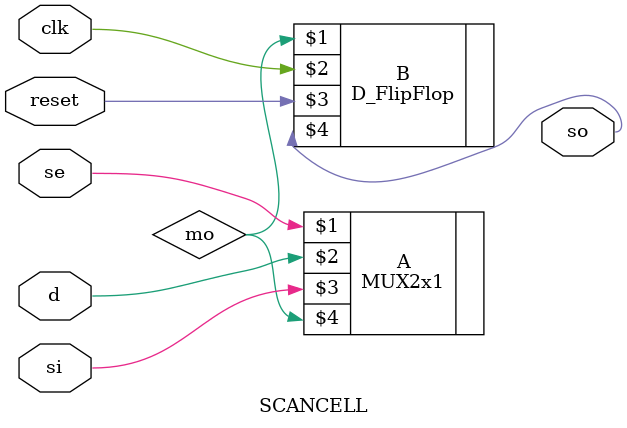
<source format=v>
`timescale 1ns / 1ps


module SCANCELL(d,si,se,clk,reset,so);
input d,si,se,clk,reset;
output so;
wire mo;

MUX2x1 A(se,d,si,mo);
D_FlipFlop B(mo,clk,reset,so);

endmodule

</source>
